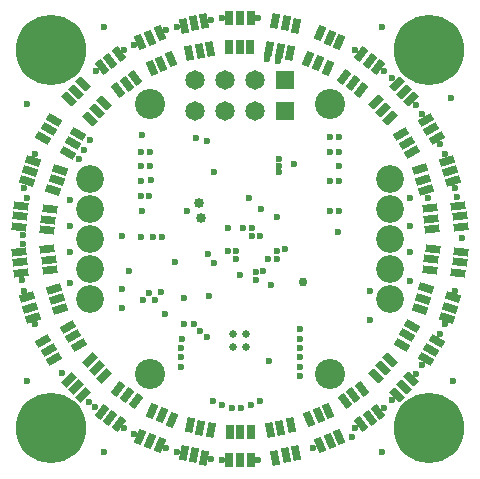
<source format=gbs>
G04*
G04 #@! TF.GenerationSoftware,Altium Limited,Altium Designer,20.0.9 (164)*
G04*
G04 Layer_Color=16711935*
%FSLAX25Y25*%
%MOIN*%
G70*
G01*
G75*
%ADD48C,0.10039*%
%ADD49C,0.09252*%
%ADD50C,0.06496*%
%ADD51R,0.06496X0.06496*%
%ADD52C,0.02362*%
%ADD53C,0.03347*%
%ADD54C,0.02953*%
%ADD55C,0.23425*%
%ADD56C,0.02559*%
%ADD84R,0.02559X0.04921*%
G04:AMPARAMS|DCode=85|XSize=49.21mil|YSize=25.59mil|CornerRadius=0mil|HoleSize=0mil|Usage=FLASHONLY|Rotation=342.000|XOffset=0mil|YOffset=0mil|HoleType=Round|Shape=Rectangle|*
%AMROTATEDRECTD85*
4,1,4,-0.02736,-0.00456,-0.01945,0.01977,0.02736,0.00456,0.01945,-0.01977,-0.02736,-0.00456,0.0*
%
%ADD85ROTATEDRECTD85*%

G04:AMPARAMS|DCode=86|XSize=49.21mil|YSize=25.59mil|CornerRadius=0mil|HoleSize=0mil|Usage=FLASHONLY|Rotation=53.996|XOffset=0mil|YOffset=0mil|HoleType=Round|Shape=Rectangle|*
%AMROTATEDRECTD86*
4,1,4,-0.00411,-0.02743,-0.02482,-0.01238,0.00411,0.02743,0.02482,0.01238,-0.00411,-0.02743,0.0*
%
%ADD86ROTATEDRECTD86*%

G04:AMPARAMS|DCode=87|XSize=49.21mil|YSize=25.59mil|CornerRadius=0mil|HoleSize=0mil|Usage=FLASHONLY|Rotation=126.000|XOffset=0mil|YOffset=0mil|HoleType=Round|Shape=Rectangle|*
%AMROTATEDRECTD87*
4,1,4,0.02482,-0.01239,0.00411,-0.02743,-0.02482,0.01239,-0.00411,0.02743,0.02482,-0.01239,0.0*
%
%ADD87ROTATEDRECTD87*%

G04:AMPARAMS|DCode=88|XSize=49.21mil|YSize=25.59mil|CornerRadius=0mil|HoleSize=0mil|Usage=FLASHONLY|Rotation=198.000|XOffset=0mil|YOffset=0mil|HoleType=Round|Shape=Rectangle|*
%AMROTATEDRECTD88*
4,1,4,0.01945,0.01977,0.02736,-0.00456,-0.01945,-0.01977,-0.02736,0.00456,0.01945,0.01977,0.0*
%
%ADD88ROTATEDRECTD88*%

G04:AMPARAMS|DCode=89|XSize=49.21mil|YSize=25.59mil|CornerRadius=0mil|HoleSize=0mil|Usage=FLASHONLY|Rotation=282.000|XOffset=0mil|YOffset=0mil|HoleType=Round|Shape=Rectangle|*
%AMROTATEDRECTD89*
4,1,4,-0.01763,0.02141,0.00740,0.02673,0.01763,-0.02141,-0.00740,-0.02673,-0.01763,0.02141,0.0*
%
%ADD89ROTATEDRECTD89*%

G04:AMPARAMS|DCode=90|XSize=49.21mil|YSize=25.59mil|CornerRadius=0mil|HoleSize=0mil|Usage=FLASHONLY|Rotation=354.000|XOffset=0mil|YOffset=0mil|HoleType=Round|Shape=Rectangle|*
%AMROTATEDRECTD90*
4,1,4,-0.02581,-0.01015,-0.02313,0.01530,0.02581,0.01015,0.02313,-0.01530,-0.02581,-0.01015,0.0*
%
%ADD90ROTATEDRECTD90*%

G04:AMPARAMS|DCode=91|XSize=49.21mil|YSize=25.59mil|CornerRadius=0mil|HoleSize=0mil|Usage=FLASHONLY|Rotation=66.000|XOffset=0mil|YOffset=0mil|HoleType=Round|Shape=Rectangle|*
%AMROTATEDRECTD91*
4,1,4,0.00168,-0.02768,-0.02170,-0.01727,-0.00168,0.02768,0.02170,0.01727,0.00168,-0.02768,0.0*
%
%ADD91ROTATEDRECTD91*%

G04:AMPARAMS|DCode=92|XSize=49.21mil|YSize=25.59mil|CornerRadius=0mil|HoleSize=0mil|Usage=FLASHONLY|Rotation=138.000|XOffset=0mil|YOffset=0mil|HoleType=Round|Shape=Rectangle|*
%AMROTATEDRECTD92*
4,1,4,0.02685,-0.00696,0.00972,-0.02597,-0.02685,0.00696,-0.00972,0.02597,0.02685,-0.00696,0.0*
%
%ADD92ROTATEDRECTD92*%

G04:AMPARAMS|DCode=93|XSize=49.21mil|YSize=25.59mil|CornerRadius=0mil|HoleSize=0mil|Usage=FLASHONLY|Rotation=210.000|XOffset=0mil|YOffset=0mil|HoleType=Round|Shape=Rectangle|*
%AMROTATEDRECTD93*
4,1,4,0.01491,0.02338,0.02771,0.00122,-0.01491,-0.02338,-0.02771,-0.00122,0.01491,0.02338,0.0*
%
%ADD93ROTATEDRECTD93*%

G04:AMPARAMS|DCode=94|XSize=49.21mil|YSize=25.59mil|CornerRadius=0mil|HoleSize=0mil|Usage=FLASHONLY|Rotation=294.000|XOffset=0mil|YOffset=0mil|HoleType=Round|Shape=Rectangle|*
%AMROTATEDRECTD94*
4,1,4,-0.02170,0.01727,0.00168,0.02768,0.02170,-0.01727,-0.00168,-0.02768,-0.02170,0.01727,0.0*
%
%ADD94ROTATEDRECTD94*%

G04:AMPARAMS|DCode=95|XSize=49.21mil|YSize=25.59mil|CornerRadius=0mil|HoleSize=0mil|Usage=FLASHONLY|Rotation=6.000|XOffset=0mil|YOffset=0mil|HoleType=Round|Shape=Rectangle|*
%AMROTATEDRECTD95*
4,1,4,-0.02313,-0.01530,-0.02581,0.01015,0.02313,0.01530,0.02581,-0.01015,-0.02313,-0.01530,0.0*
%
%ADD95ROTATEDRECTD95*%

G04:AMPARAMS|DCode=96|XSize=49.21mil|YSize=25.59mil|CornerRadius=0mil|HoleSize=0mil|Usage=FLASHONLY|Rotation=78.000|XOffset=0mil|YOffset=0mil|HoleType=Round|Shape=Rectangle|*
%AMROTATEDRECTD96*
4,1,4,0.00740,-0.02673,-0.01763,-0.02141,-0.00740,0.02673,0.01763,0.02141,0.00740,-0.02673,0.0*
%
%ADD96ROTATEDRECTD96*%

G04:AMPARAMS|DCode=97|XSize=49.21mil|YSize=25.59mil|CornerRadius=0mil|HoleSize=0mil|Usage=FLASHONLY|Rotation=150.000|XOffset=0mil|YOffset=0mil|HoleType=Round|Shape=Rectangle|*
%AMROTATEDRECTD97*
4,1,4,0.02771,-0.00122,0.01491,-0.02338,-0.02771,0.00122,-0.01491,0.02338,0.02771,-0.00122,0.0*
%
%ADD97ROTATEDRECTD97*%

G04:AMPARAMS|DCode=98|XSize=49.21mil|YSize=25.59mil|CornerRadius=0mil|HoleSize=0mil|Usage=FLASHONLY|Rotation=222.000|XOffset=0mil|YOffset=0mil|HoleType=Round|Shape=Rectangle|*
%AMROTATEDRECTD98*
4,1,4,0.00972,0.02597,0.02685,0.00696,-0.00972,-0.02597,-0.02685,-0.00696,0.00972,0.02597,0.0*
%
%ADD98ROTATEDRECTD98*%

G04:AMPARAMS|DCode=99|XSize=49.21mil|YSize=25.59mil|CornerRadius=0mil|HoleSize=0mil|Usage=FLASHONLY|Rotation=42.993|XOffset=0mil|YOffset=0mil|HoleType=Round|Shape=Rectangle|*
%AMROTATEDRECTD99*
4,1,4,-0.00927,-0.02614,-0.02672,-0.00742,0.00927,0.02614,0.02672,0.00742,-0.00927,-0.02614,0.0*
%
%ADD99ROTATEDRECTD99*%

D48*
X30000Y45000D02*
D03*
X-30000D02*
D03*
Y-45000D02*
D03*
X30000D02*
D03*
D49*
X50000Y-20000D02*
D03*
X-50000Y-10000D02*
D03*
Y0D02*
D03*
X50000Y20000D02*
D03*
X-50000D02*
D03*
X50000Y10000D02*
D03*
Y-10000D02*
D03*
X-50000Y10000D02*
D03*
Y-20000D02*
D03*
X50000Y0D02*
D03*
D50*
X-15039Y42731D02*
D03*
X-5039Y42731D02*
D03*
X4961D02*
D03*
X-15039Y52967D02*
D03*
X-5039D02*
D03*
X4961D02*
D03*
D51*
X14961Y42731D02*
D03*
Y52967D02*
D03*
D52*
X-25984Y787D02*
D03*
X-39370Y1181D02*
D03*
X12940Y22330D02*
D03*
X12992Y24409D02*
D03*
X-29796Y19767D02*
D03*
X47244Y70866D02*
D03*
X70472Y47244D02*
D03*
X70866Y-47244D02*
D03*
X47244Y-70866D02*
D03*
X-45276D02*
D03*
X-70866Y-47244D02*
D03*
Y45276D02*
D03*
X-45276Y70866D02*
D03*
X12205Y7480D02*
D03*
X7087Y10236D02*
D03*
X3150Y13780D02*
D03*
X-8661Y22441D02*
D03*
X-11024Y32677D02*
D03*
X43307Y-17323D02*
D03*
Y-26772D02*
D03*
X12598Y59449D02*
D03*
X9055Y60236D02*
D03*
X62598Y13780D02*
D03*
X-18504Y-28346D02*
D03*
X-15354D02*
D03*
X-13386Y-30709D02*
D03*
X-18801Y-19537D02*
D03*
X-8661Y-7874D02*
D03*
X5195Y-13471D02*
D03*
X7831Y-10666D02*
D03*
X5261Y-10901D02*
D03*
X-26149Y-17697D02*
D03*
X-28185Y-20129D02*
D03*
X-32167Y-20120D02*
D03*
X-30169Y-17728D02*
D03*
X-21654Y-7480D02*
D03*
X0Y-11811D02*
D03*
X10236Y-15354D02*
D03*
X-30315Y14567D02*
D03*
X18110Y25197D02*
D03*
X-14567Y33827D02*
D03*
X29921Y29134D02*
D03*
X33071D02*
D03*
X29921Y19291D02*
D03*
X33071Y24409D02*
D03*
X32677Y2362D02*
D03*
X29921Y9449D02*
D03*
X33071D02*
D03*
Y34252D02*
D03*
X29921D02*
D03*
X-17717Y9449D02*
D03*
X-32677D02*
D03*
X14961Y-3150D02*
D03*
X-1181Y-6693D02*
D03*
Y-3937D02*
D03*
X-33071Y24409D02*
D03*
X9843Y-40551D02*
D03*
X20079Y-45669D02*
D03*
Y-42520D02*
D03*
Y-39370D02*
D03*
Y-36220D02*
D03*
Y-33071D02*
D03*
Y-29921D02*
D03*
X33071Y19291D02*
D03*
X-3937Y3937D02*
D03*
X-10630Y-4724D02*
D03*
X-70866Y13780D02*
D03*
X-72441Y1575D02*
D03*
Y-1575D02*
D03*
X-50456Y-54247D02*
D03*
X-59449Y-44488D02*
D03*
X50760Y-53651D02*
D03*
X74016Y394D02*
D03*
X72441Y14173D02*
D03*
X12978Y26904D02*
D03*
X-32677Y34646D02*
D03*
X1181Y3937D02*
D03*
X3937D02*
D03*
Y1181D02*
D03*
X6693D02*
D03*
X12205Y-6693D02*
D03*
Y-3937D02*
D03*
X9449Y-6693D02*
D03*
X-37008Y-10630D02*
D03*
X-29134Y787D02*
D03*
X-33071D02*
D03*
X-39370Y-16535D02*
D03*
X-29921Y29134D02*
D03*
X-33071D02*
D03*
X-29921Y24409D02*
D03*
X-33071Y14567D02*
D03*
Y19291D02*
D03*
X-3937Y-3937D02*
D03*
X-10236Y-18898D02*
D03*
X-56693Y12992D02*
D03*
X56693Y-13780D02*
D03*
Y-4331D02*
D03*
Y13780D02*
D03*
Y4331D02*
D03*
X-56693Y-14567D02*
D03*
Y-4331D02*
D03*
X-39370Y-22835D02*
D03*
X-56693Y4331D02*
D03*
X37402Y-65748D02*
D03*
X24409Y-69685D02*
D03*
X-10837Y-32677D02*
D03*
X-19291Y-33071D02*
D03*
X-50000Y33071D02*
D03*
X-51995Y29688D02*
D03*
X-53543Y26772D02*
D03*
X-19685Y-36220D02*
D03*
Y-39370D02*
D03*
Y-42520D02*
D03*
X-9055Y-53937D02*
D03*
X-5906Y-55118D02*
D03*
X-2756Y-56299D02*
D03*
X406Y-56165D02*
D03*
X3543Y-55118D02*
D03*
X6693Y-53937D02*
D03*
X48052Y-56090D02*
D03*
X38496Y-63033D02*
D03*
X58663Y-44874D02*
D03*
X66711Y-31697D02*
D03*
X60806Y-41925D02*
D03*
X71844Y-17134D02*
D03*
X68194Y-28367D02*
D03*
X68194Y28367D02*
D03*
X71844Y17134D02*
D03*
X60806Y41925D02*
D03*
X66711Y31697D02*
D03*
X50760Y53651D02*
D03*
X58663Y44874D02*
D03*
X38496Y63033D02*
D03*
X48052Y56090D02*
D03*
X-5906Y73622D02*
D03*
X5906D02*
D03*
X-21083Y70785D02*
D03*
X-9530Y73241D02*
D03*
X-35340Y64855D02*
D03*
X-24550Y69659D02*
D03*
X-48052Y56090D02*
D03*
X-38496Y63033D02*
D03*
X-71844Y17134D02*
D03*
X-68194Y28367D02*
D03*
X-72601Y-13569D02*
D03*
X-68195Y-28355D02*
D03*
X-71845Y-17122D02*
D03*
X-24550Y-69659D02*
D03*
X-35340Y-64855D02*
D03*
X-9530Y-73241D02*
D03*
X-21083Y-70785D02*
D03*
X-5906Y-73622D02*
D03*
X5906D02*
D03*
X-48171Y-55958D02*
D03*
X-38583Y-62992D02*
D03*
X-24969Y-25032D02*
D03*
D53*
X-13780Y12205D02*
D03*
X-12992Y7087D02*
D03*
D54*
X20866Y-14173D02*
D03*
D55*
X62992Y62992D02*
D03*
Y-62992D02*
D03*
X-62991Y-62991D02*
D03*
Y62991D02*
D03*
D56*
X2165Y-31693D02*
D03*
Y-36024D02*
D03*
X-2165Y-31693D02*
D03*
Y-36024D02*
D03*
D84*
X3445Y64173D02*
D03*
X3543Y73622D02*
D03*
X-98Y64173D02*
D03*
X-3642D02*
D03*
X0Y73622D02*
D03*
X-3543D02*
D03*
X3543Y-73622D02*
D03*
X0D02*
D03*
X3642Y-64173D02*
D03*
X98D02*
D03*
X-3543Y-73622D02*
D03*
X-3445Y-64173D02*
D03*
D85*
X-71114Y19381D02*
D03*
X-70019Y22750D02*
D03*
X-62158Y16367D02*
D03*
X-61063Y19737D02*
D03*
X-68924Y26120D02*
D03*
X-59968Y23107D02*
D03*
X59968Y-23107D02*
D03*
X68924Y-26120D02*
D03*
X61063Y-19737D02*
D03*
X62158Y-16367D02*
D03*
X70019Y-22750D02*
D03*
X71114Y-19381D02*
D03*
D86*
X-40492Y-49863D02*
D03*
X-46126Y-57449D02*
D03*
X-37626Y-51946D02*
D03*
X-34759Y-54029D02*
D03*
X-43260Y-59532D02*
D03*
X-40393Y-61615D02*
D03*
X40407Y61644D02*
D03*
X43274Y59562D02*
D03*
X34774Y54058D02*
D03*
X37641Y51975D02*
D03*
X46141Y57479D02*
D03*
X40507Y49892D02*
D03*
D87*
X46141Y-57479D02*
D03*
X43274Y-59562D02*
D03*
X40666Y-49777D02*
D03*
X37800Y-51859D02*
D03*
X40407Y-61644D02*
D03*
X34933Y-53942D02*
D03*
X-46141Y57479D02*
D03*
X-43274Y59562D02*
D03*
X-40666Y49777D02*
D03*
X-37800Y51859D02*
D03*
X-40407Y61644D02*
D03*
X-34933Y53942D02*
D03*
D88*
X62097Y16554D02*
D03*
X71114Y19381D02*
D03*
X61002Y19924D02*
D03*
X59907Y23294D02*
D03*
X70019Y22750D02*
D03*
X68924Y26120D02*
D03*
X-62097Y-16544D02*
D03*
X-71114Y-19369D02*
D03*
X-61003Y-19914D02*
D03*
X-59908Y-23284D02*
D03*
X-70020Y-22739D02*
D03*
X-68926Y-26109D02*
D03*
D89*
X-18773Y71276D02*
D03*
X-15307Y72013D02*
D03*
X-16905Y62014D02*
D03*
X-13439Y62750D02*
D03*
X-11841Y72750D02*
D03*
X-9973Y63487D02*
D03*
X9973Y-63487D02*
D03*
X11841Y-72750D02*
D03*
X13439Y-62750D02*
D03*
X16905Y-62014D02*
D03*
X15307Y-72013D02*
D03*
X18773Y-71276D02*
D03*
D90*
X-63462Y10134D02*
D03*
X-72848Y11220D02*
D03*
X-63832Y6610D02*
D03*
X-64202Y3086D02*
D03*
X-73219Y7696D02*
D03*
X-73589Y4172D02*
D03*
X73589Y-4172D02*
D03*
X73219Y-7696D02*
D03*
X64202Y-3086D02*
D03*
X63832Y-6610D02*
D03*
X72848Y-11220D02*
D03*
X63462Y-10134D02*
D03*
D91*
X-26708Y-68698D02*
D03*
X-29945Y-67257D02*
D03*
X-22775Y-60106D02*
D03*
X-26012Y-58665D02*
D03*
X-33182Y-65816D02*
D03*
X-29249Y-57224D02*
D03*
X29249Y57224D02*
D03*
X33182Y65816D02*
D03*
X26012Y58665D02*
D03*
X22775Y60106D02*
D03*
X29945Y67257D02*
D03*
X26708Y68698D02*
D03*
D92*
X45385Y-45500D02*
D03*
X52341Y-51896D02*
D03*
X47756Y-42867D02*
D03*
X50127Y-40234D02*
D03*
X54712Y-49263D02*
D03*
X57083Y-46630D02*
D03*
X-45385Y45500D02*
D03*
X-52341Y51896D02*
D03*
X-47756Y42867D02*
D03*
X-50127Y40234D02*
D03*
X-54712Y49263D02*
D03*
X-57083Y46630D02*
D03*
D93*
X61987Y39880D02*
D03*
X63759Y36811D02*
D03*
X53755Y35240D02*
D03*
X55526Y32172D02*
D03*
X65530Y33742D02*
D03*
X57298Y29103D02*
D03*
X-61987Y-39880D02*
D03*
X-63759Y-36811D02*
D03*
X-53755Y-35241D02*
D03*
X-55526Y-32172D02*
D03*
X-65530Y-33742D02*
D03*
X-57298Y-29103D02*
D03*
D94*
X-22955Y60026D02*
D03*
X-26708Y68698D02*
D03*
X-26191Y58585D02*
D03*
X-29428Y57144D02*
D03*
X-29945Y67257D02*
D03*
X-33182Y65816D02*
D03*
X33182Y-65816D02*
D03*
X29945Y-67257D02*
D03*
X29428Y-57144D02*
D03*
X26191Y-58585D02*
D03*
X26708Y-68698D02*
D03*
X22955Y-60026D02*
D03*
D95*
X-72848Y-11220D02*
D03*
X-73219Y-7696D02*
D03*
X-63441Y-10330D02*
D03*
X-63811Y-6806D02*
D03*
X-73589Y-4172D02*
D03*
X-64182Y-3282D02*
D03*
X64182Y3282D02*
D03*
X73589Y4172D02*
D03*
X63811Y6806D02*
D03*
X63441Y10330D02*
D03*
X73219Y7696D02*
D03*
X72848Y11220D02*
D03*
D96*
X-16712Y-62055D02*
D03*
X-18773Y-71276D02*
D03*
X-13246Y-62791D02*
D03*
X-9780Y-63528D02*
D03*
X-15307Y-72013D02*
D03*
X-11841Y-72750D02*
D03*
X11841Y72750D02*
D03*
X15307Y72013D02*
D03*
X9780Y63528D02*
D03*
X13246Y62791D02*
D03*
X18773Y71276D02*
D03*
X16712Y62055D02*
D03*
D97*
X65530Y-33742D02*
D03*
X63759Y-36811D02*
D03*
X57397Y-28933D02*
D03*
X55625Y-32001D02*
D03*
X61987Y-39880D02*
D03*
X53853Y-35070D02*
D03*
X-65530Y33742D02*
D03*
X-63759Y36811D02*
D03*
X-57397Y28933D02*
D03*
X-55625Y32001D02*
D03*
X-61987Y39880D02*
D03*
X-53853Y35070D02*
D03*
D98*
X49995Y40380D02*
D03*
X57083Y46630D02*
D03*
X47624Y43013D02*
D03*
X45253Y45647D02*
D03*
X54712Y49263D02*
D03*
X52341Y51896D02*
D03*
D99*
X-50094Y-40360D02*
D03*
X-57073Y-46731D02*
D03*
X-47678Y-42952D02*
D03*
X-45262Y-45544D02*
D03*
X-54656Y-49323D02*
D03*
X-52240Y-51915D02*
D03*
M02*

</source>
